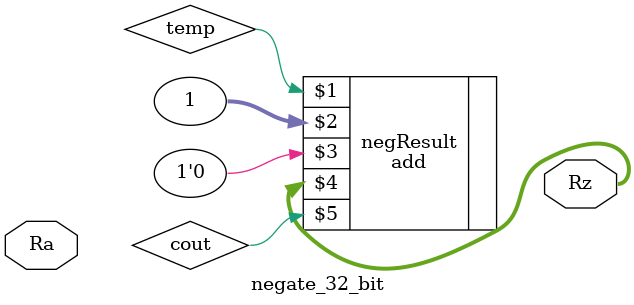
<source format=v>

module negate_32_bit(
	input wire [31:0] Ra,
	output wire [31:0] Rz
	);
	
	wire [31:0] negOutput;
	wire cout;
	not notResult(Ra,negOutput);
	add negResult(temp, 32'd1, 1'd0,Rz, cout);
	
endmodule
</source>
